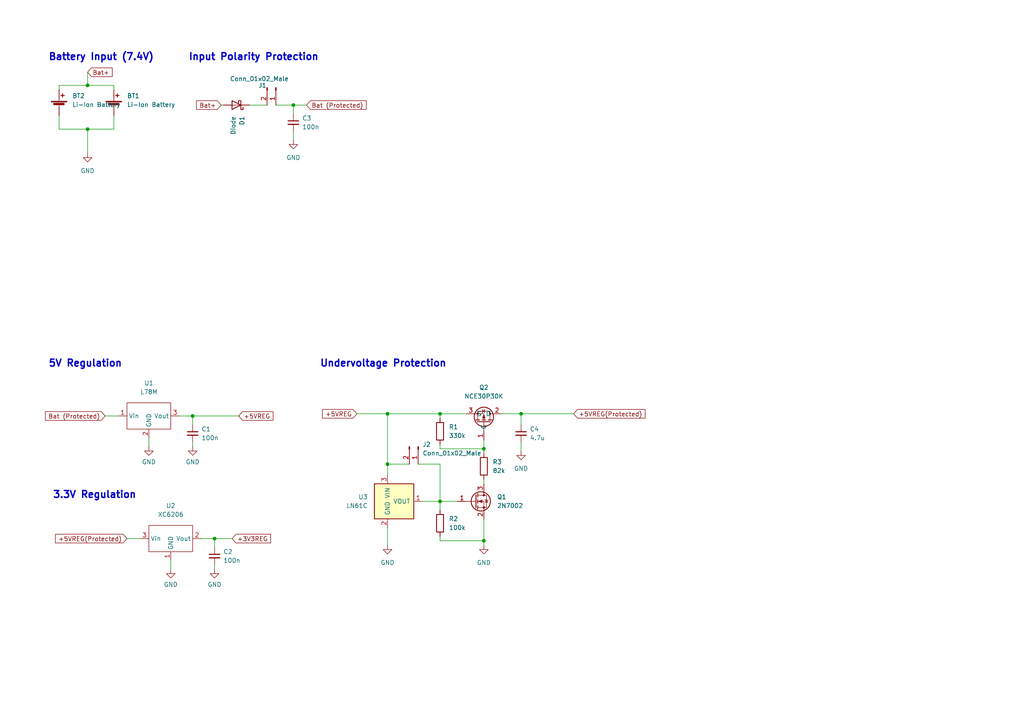
<source format=kicad_sch>
(kicad_sch (version 20211123) (generator eeschema)
  (paper "A4")
  (lib_symbols
    (symbol "Connector:Conn_01x02_Male" (pin_names (offset 1.016) hide)
      (property "Reference" "J" (at 0 2.54 0))
      (property "Value" "Conn_01x02_Male" (at 0 -5.08 0))
      (symbol "Conn_01x02_Male_1_1"
        (polyline (pts (xy 1.27 -2.54) (xy 0.8636 -2.54)) (stroke (width 0.1524)))
        (polyline (pts (xy 1.27 0) (xy 0.8636 0)) (stroke (width 0.1524)))
        (rectangle (start 0.8636 -2.413) (end 0 -2.667) (stroke (width 0.1524)) (fill (type outline)))
        (rectangle (start 0.8636 0.127) (end 0 -0.127) (stroke (width 0.1524)) (fill (type outline)))
        (pin passive line (at 5.08 0 180) (length 3.81) (name "Pin_1") (number "1"))
        (pin passive line (at 5.08 -2.54 180) (length 3.81) (name "Pin_2") (number "2"))
      )
    )
    (symbol "Device:Battery_Cell" (pin_numbers hide) (pin_names (offset 0) hide)
      (property "Reference" "BT" (at 2.54 2.54 0))
      (property "Value" "Battery_Cell" (at 2.54 0 0))
      (symbol "Battery_Cell_0_1"
        (rectangle (start -2.286 1.778) (end 2.286 1.524) (fill (type outline)))
        (rectangle (start -1.5748 1.1938) (end 1.4732 0.6858) (fill (type outline)))
        (polyline (pts (xy 0 0.762) (xy 0 0)))
        (polyline (pts (xy 0 1.778) (xy 0 2.54)))
        (polyline (pts (xy 0.508 3.429) (xy 1.524 3.429)) (stroke (width 0.254)))
        (polyline (pts (xy 1.016 3.937) (xy 1.016 2.921)) (stroke (width 0.254)))
      )
      (symbol "Battery_Cell_1_1"
        (pin passive line (at 0 5.08 270) (length 2.54) (name "+") (number "1"))
        (pin passive line (at 0 -2.54 90) (length 2.54) (name "-") (number "2"))
      )
    )
    (symbol "Device:C_Small" (pin_numbers hide) (pin_names (offset 0.254) hide)
      (property "Reference" "C" (at 0.254 1.778 0))
      (property "Value" "C_Small" (at 0.254 -2.032 0))
      (symbol "C_Small_0_1"
        (polyline (pts (xy -1.524 -0.508) (xy 1.524 -0.508)) (stroke (width 0.3302)))
        (polyline (pts (xy -1.524 0.508) (xy 1.524 0.508)) (stroke (width 0.3048)))
      )
      (symbol "C_Small_1_1"
        (pin passive line (at 0 2.54 270) (length 2.032) (name "~") (number "1"))
        (pin passive line (at 0 -2.54 90) (length 2.032) (name "~") (number "2"))
      )
    )
    (symbol "Device:R" (pin_numbers hide) (pin_names (offset 0))
      (property "Reference" "R" (at 2.032 0 90))
      (property "Value" "R" (at 0 0 90))
      (symbol "R_0_1"
        (rectangle (start -1.016 -2.54) (end 1.016 2.54) (stroke (width 0.254)))
      )
      (symbol "R_1_1"
        (pin passive line (at 0 3.81 270) (length 1.27) (name "~") (number "1"))
        (pin passive line (at 0 -3.81 90) (length 1.27) (name "~") (number "2"))
      )
    )
    (symbol "Diode:1N5819" (pin_numbers hide) (pin_names (offset 1.016) hide)
      (property "Reference" "D" (at 0 2.54 0))
      (property "Value" "1N5819" (at 0 -2.54 0))
      (symbol "1N5819_0_1"
        (polyline (pts (xy 1.27 0) (xy -1.27 0)))
        (polyline (pts (xy 1.27 1.27) (xy 1.27 -1.27) (xy -1.27 0) (xy 1.27 1.27)) (stroke (width 0.254)))
        (polyline (pts (xy -1.905 0.635) (xy -1.905 1.27) (xy -1.27 1.27) (xy -1.27 -1.27) (xy -0.635 -1.27) (xy -0.635 -0.635)) (stroke (width 0.254)))
      )
      (symbol "1N5819_1_1"
        (pin passive line (at -3.81 0 0) (length 2.54) (name "K") (number "1"))
        (pin passive line (at 3.81 0 180) (length 2.54) (name "A") (number "2"))
      )
    )
    (symbol "HT75_1"
      (property "Reference" "U?" (at 0 9.525 0))
      (property "Value" "HT75_1" (at 0 6.985 0))
      (symbol "HT75_1_0_1"
        (rectangle (start -6.35 3.81) (end 6.35 -3.81))
      )
      (symbol "HT75_1_1_1"
        (pin unspecified line (at -8.89 0 0) (length 2.54) (name "Vin") (number "1"))
        (pin unspecified line (at 0 -6.35 90) (length 2.54) (name "GND") (number "2"))
        (pin unspecified line (at 8.89 0 180) (length 2.54) (name "Vout") (number "3"))
      )
    )
    (symbol "PCB_Library_From_Template(Stefan):HT75"
      (property "Reference" "U?" (at 0 9.525 0))
      (property "Value" "XC6206" (at 0 6.985 0))
      (symbol "HT75_0_1"
        (rectangle (start -6.35 3.81) (end 6.35 -3.81))
      )
      (symbol "HT75_1_1"
        (pin unspecified line (at 0 -6.35 90) (length 2.54) (name "GND") (number "1"))
        (pin unspecified line (at 8.89 0 180) (length 2.54) (name "Vout") (number "2"))
        (pin unspecified line (at -8.89 0 0) (length 2.54) (name "Vin") (number "3"))
      )
    )
    (symbol "Power_Management:BD48LxxG" (pin_names (offset 1.016))
      (property "Reference" "U?" (at -5.715 1.2701 0))
      (property "Value" "LN61C" (at -5.715 -1.2699 0))
      (symbol "BD48LxxG_1_1"
        (rectangle (start -3.81 5.08) (end 7.62 -5.08) (stroke (width 0.254)) (fill (type background)))
        (pin output line (at 10.16 0 180) (length 2.54) (name "VOUT") (number "1"))
        (pin power_in line (at 0 -7.62 90) (length 2.54) (name "GND") (number "2"))
        (pin power_in line (at 0 7.62 270) (length 2.54) (name "VIN") (number "3"))
      )
    )
    (symbol "SarahLibrary:NCE30P30K"
      (property "Reference" "Q" (at 0 0 0))
      (property "Value" "NCE30P30K" (at 0 0 0))
      (symbol "NCE30P30K_0_1"
        (circle (center -12.319 0) (radius 2.794) (stroke (width 0.254)))
        (circle (center -11.43 -1.778) (radius 0.254) (fill (type outline)))
        (circle (center -11.43 1.778) (radius 0.254) (fill (type outline)))
        (polyline (pts (xy -13.716 0) (xy -16.51 0)))
        (polyline (pts (xy -13.716 1.905) (xy -13.716 -1.905)) (stroke (width 0.254)))
        (polyline (pts (xy -13.208 -1.27) (xy -13.208 -2.286)) (stroke (width 0.254)))
        (polyline (pts (xy -13.208 0.508) (xy -13.208 -0.508)) (stroke (width 0.254)))
        (polyline (pts (xy -13.208 2.286) (xy -13.208 1.27)) (stroke (width 0.254)))
        (polyline (pts (xy -11.43 2.54) (xy -11.43 1.778)))
        (polyline (pts (xy -11.43 -2.54) (xy -11.43 0) (xy -13.208 0)))
        (polyline (pts (xy -13.208 1.778) (xy -10.668 1.778) (xy -10.668 -1.778) (xy -13.208 -1.778)))
        (polyline (pts (xy -11.684 0) (xy -12.7 0.381) (xy -12.7 -0.381) (xy -11.684 0)) (fill (type outline)))
        (polyline (pts (xy -11.176 -0.508) (xy -11.049 -0.381) (xy -10.287 -0.381) (xy -10.16 -0.254)))
        (polyline (pts (xy -10.668 -0.381) (xy -11.049 0.254) (xy -10.287 0.254) (xy -10.668 -0.381)))
      )
      (symbol "NCE30P30K_1_1"
        (pin passive line (at -19.05 0 0) (length 2.54) (name "G") (number "1"))
        (pin passive line (at -11.43 5.08 270) (length 2.54) (name "D") (number "2"))
        (pin passive line (at -11.43 -5.08 90) (length 2.54) (name "S") (number "3"))
      )
    )
    (symbol "Transistor_FET:2N7002" (pin_names hide)
      (property "Reference" "Q" (at 5.08 1.905 0))
      (property "Value" "2N7002" (at 5.08 0 0))
      (symbol "2N7002_0_1"
        (polyline (pts (xy 0.254 0) (xy -2.54 0)))
        (polyline (pts (xy 0.254 1.905) (xy 0.254 -1.905)) (stroke (width 0.254)))
        (polyline (pts (xy 0.762 -1.27) (xy 0.762 -2.286)) (stroke (width 0.254)))
        (polyline (pts (xy 0.762 0.508) (xy 0.762 -0.508)) (stroke (width 0.254)))
        (polyline (pts (xy 0.762 2.286) (xy 0.762 1.27)) (stroke (width 0.254)))
        (polyline (pts (xy 2.54 2.54) (xy 2.54 1.778)))
        (polyline (pts (xy 2.54 -2.54) (xy 2.54 0) (xy 0.762 0)))
        (polyline (pts (xy 0.762 -1.778) (xy 3.302 -1.778) (xy 3.302 1.778) (xy 0.762 1.778)))
        (polyline (pts (xy 1.016 0) (xy 2.032 0.381) (xy 2.032 -0.381) (xy 1.016 0)) (fill (type outline)))
        (polyline (pts (xy 2.794 0.508) (xy 2.921 0.381) (xy 3.683 0.381) (xy 3.81 0.254)))
        (polyline (pts (xy 3.302 0.381) (xy 2.921 -0.254) (xy 3.683 -0.254) (xy 3.302 0.381)))
        (circle (center 1.651 0) (radius 2.794) (stroke (width 0.254)))
        (circle (center 2.54 -1.778) (radius 0.254) (fill (type outline)))
        (circle (center 2.54 1.778) (radius 0.254) (fill (type outline)))
      )
      (symbol "2N7002_1_1"
        (pin input line (at -5.08 0 0) (length 2.54) (name "G") (number "1"))
        (pin passive line (at 2.54 -5.08 90) (length 2.54) (name "S") (number "2"))
        (pin passive line (at 2.54 5.08 270) (length 2.54) (name "D") (number "3"))
      )
    )
    (symbol "power:GND" (power) (pin_names (offset 0))
      (property "Value" "GND" (at 0 -3.81 0))
      (symbol "GND_0_1"
        (polyline (pts (xy 0 0) (xy 0 -1.27) (xy 1.27 -1.27) (xy 0 -2.54) (xy -1.27 -1.27) (xy 0 -1.27)))
      )
      (symbol "GND_1_1"
        (pin power_in line (at 0 0 270) (length 0) hide (name "GND") (number "1"))
      )
    )
  )
  (junction (at 25.4 24.765))
  (junction (at 151.13 120.015))
  (junction (at 25.4 37.465))
  (junction (at 85.09 30.48))
  (junction (at 62.23 156.21))
  (junction (at 112.395 120.015))
  (junction (at 140.335 156.845))
  (junction (at 127.635 120.015))
  (junction (at 55.88 120.65))
  (junction (at 140.335 130.175))
  (junction (at 112.395 134.62))
  (junction (at 127.635 145.415))
  (wire (pts (xy 55.88 123.19) (xy 55.88 120.65)))
  (wire (pts (xy 127.635 145.415) (xy 132.715 145.415)))
  (wire (pts (xy 140.335 139.065) (xy 140.335 140.335)))
  (wire (pts (xy 127.635 156.845) (xy 140.335 156.845)))
  (wire (pts (xy 62.23 156.21) (xy 67.31 156.21)))
  (wire (pts (xy 127.635 120.015) (xy 127.635 121.285)))
  (wire (pts (xy 140.335 156.845) (xy 140.335 158.115)))
  (wire (pts (xy 33.02 33.655) (xy 33.02 37.465)))
  (wire (pts (xy 55.88 129.54) (xy 55.88 128.27)))
  (wire (pts (xy 25.4 37.465) (xy 17.145 37.465)))
  (wire (pts (xy 112.395 120.015) (xy 112.395 134.62)))
  (wire (pts (xy 151.13 120.015) (xy 151.13 123.19)))
  (wire (pts (xy 33.02 37.465) (xy 25.4 37.465)))
  (wire (pts (xy 140.335 131.445) (xy 140.335 130.175)))
  (wire (pts (xy 30.48 120.65) (xy 34.29 120.65)))
  (wire (pts (xy 62.23 165.1) (xy 62.23 163.83)))
  (wire (pts (xy 17.145 26.035) (xy 17.145 24.765)))
  (wire (pts (xy 85.09 30.48) (xy 80.01 30.48)))
  (wire (pts (xy 25.4 24.765) (xy 33.02 24.765)))
  (wire (pts (xy 127.635 156.845) (xy 127.635 155.575)))
  (wire (pts (xy 25.4 20.955) (xy 25.4 24.765)))
  (wire (pts (xy 151.13 120.015) (xy 166.37 120.015)))
  (wire (pts (xy 112.395 158.115) (xy 112.395 153.035)))
  (wire (pts (xy 127.635 134.62) (xy 127.635 145.415)))
  (wire (pts (xy 121.285 134.62) (xy 127.635 134.62)))
  (wire (pts (xy 85.09 40.64) (xy 85.09 38.1)))
  (wire (pts (xy 140.335 127.635) (xy 140.335 130.175)))
  (wire (pts (xy 49.53 162.56) (xy 49.53 165.1)))
  (wire (pts (xy 151.13 128.27) (xy 151.13 130.81)))
  (wire (pts (xy 17.145 24.765) (xy 25.4 24.765)))
  (wire (pts (xy 62.23 158.75) (xy 62.23 156.21)))
  (wire (pts (xy 127.635 120.015) (xy 135.255 120.015)))
  (wire (pts (xy 127.635 130.175) (xy 140.335 130.175)))
  (wire (pts (xy 58.42 156.21) (xy 62.23 156.21)))
  (wire (pts (xy 33.02 24.765) (xy 33.02 26.035)))
  (wire (pts (xy 85.09 33.02) (xy 85.09 30.48)))
  (wire (pts (xy 55.88 120.65) (xy 69.215 120.65)))
  (wire (pts (xy 122.555 145.415) (xy 127.635 145.415)))
  (wire (pts (xy 103.505 120.015) (xy 112.395 120.015)))
  (wire (pts (xy 140.335 150.495) (xy 140.335 156.845)))
  (wire (pts (xy 64.135 30.48) (xy 64.77 30.48)))
  (wire (pts (xy 36.83 156.21) (xy 40.64 156.21)))
  (wire (pts (xy 52.07 120.65) (xy 55.88 120.65)))
  (wire (pts (xy 25.4 37.465) (xy 25.4 44.45)))
  (wire (pts (xy 112.395 134.62) (xy 118.745 134.62)))
  (wire (pts (xy 112.395 134.62) (xy 112.395 137.795)))
  (wire (pts (xy 43.18 127) (xy 43.18 129.54)))
  (wire (pts (xy 112.395 120.015) (xy 127.635 120.015)))
  (wire (pts (xy 127.635 145.415) (xy 127.635 147.955)))
  (wire (pts (xy 77.47 30.48) (xy 72.39 30.48)))
  (wire (pts (xy 17.145 33.655) (xy 17.145 37.465)))
  (wire (pts (xy 88.9 30.48) (xy 85.09 30.48)))
  (wire (pts (xy 127.635 128.905) (xy 127.635 130.175)))
  (wire (pts (xy 145.415 120.015) (xy 151.13 120.015)))
  (text "3.3V Regulation " (at 15.24 144.78 0) (effects (font (size 2 2) (thickness 0.4) bold) (justify left bottom)))
  (text "Undervoltage Protection" (at 92.71 106.68 0) (effects (font (size 2 2) (thickness 0.4) bold) (justify left bottom)))
  (text "Battery Input (7.4V)" (at 13.97 17.78 0) (effects (font (size 2 2) (thickness 0.4) bold) (justify left bottom)))
  (text "5V Regulation " (at 13.97 106.68 0) (effects (font (size 2 2) (thickness 0.4) bold) (justify left bottom)))
  (text "Input Polarity Protection" (at 54.61 17.78 0) (effects (font (size 2 2) (thickness 0.4) bold) (justify left bottom)))
  (global_label "Bat (Protected)" (shape input) (at 88.9 30.48 0) (property "Intersheet References" "${INTERSHEET_REFS}" (effects hide)))
  (global_label "+3V3REG" (shape input) (at 67.31 156.21 0) (property "Intersheet References" "${INTERSHEET_REFS}" (effects hide)))
  (global_label "Bat+" (shape input) (at 25.4 20.955 0) (property "Intersheet References" "${INTERSHEET_REFS}" (effects hide)))
  (global_label "+5VREG(Protected)" (shape input) (at 166.37 120.015 0) (property "Intersheet References" "${INTERSHEET_REFS}" (effects hide)))
  (global_label "Bat (Protected)" (shape input) (at 30.48 120.65 180) (property "Intersheet References" "${INTERSHEET_REFS}" (effects hide)))
  (global_label "Bat+" (shape input) (at 64.135 30.48 180) (property "Intersheet References" "${INTERSHEET_REFS}" (effects hide)))
  (global_label "+5VREG" (shape input) (at 69.215 120.65 0) (property "Intersheet References" "${INTERSHEET_REFS}" (effects hide)))
  (global_label "+5VREG" (shape input) (at 103.505 120.015 180) (property "Intersheet References" "${INTERSHEET_REFS}" (effects hide)))
  (global_label "+5VREG(Protected)" (shape input) (at 36.83 156.21 180) (property "Intersheet References" "${INTERSHEET_REFS}" (effects hide)))
  (symbol (lib_id "Device:R") (at 140.335 135.255 0) (unit 1)
    (property "Reference" "R3" (at 142.875 133.9849 0) (effects (justify left)))
    (property "Value" "82k" (at 142.875 136.5249 0) (effects (justify left)))
    (property "Footprint" "Resistor_SMD:R_0805_2012Metric" (effects hide))
    (property "Datasheet" "https://datasheet.lcsc.com/lcsc/2205311830_UNI-ROYAL-Uniroyal-Elec-0805W8F8202T5E_C17840.pdf" (effects hide))
    (property "LCSC No." "C17840" (effects hide))
    (property "Price" "0.0016" (effects hide))
    (property "Extended" "0" (effects hide))
    (property "LCSC" "C17840" (effects hide))
  )
  (symbol (lib_id "Device:C_Small") (at 62.23 161.29 0) (unit 1)
    (property "Reference" "C2" (at 64.77 160.0262 0) (effects (justify left)))
    (property "Value" "100n" (at 64.77 162.5662 0) (effects (justify left)))
    (property "Footprint" "Capacitor_SMD:C_0603_1608Metric" (effects hide))
    (property "Datasheet" "https://datasheet.lcsc.com/lcsc/1809301912_YAGEO-CC0603KRX7R9BB104_C14663.pdf" (effects hide))
    (property "LCSC No." "C49678" (effects hide))
    (property "Price" "0.0020" (effects hide))
    (property "LCSC" "C49678" (effects hide))
    (property "Extended" "0" (effects hide))
    (property "Populate" "Yes" (effects hide))
  )
  (symbol (lib_id "PCB_Library_From_Template(Stefan):HT75") (at 49.53 156.21 0) (unit 1)
    (property "Reference" "U2" (at 49.53 146.685 0))
    (property "Value" "XC6206" (at 49.53 149.225 0))
    (property "Footprint" "Package_TO_SOT_SMD:SOT-23" (effects hide))
    (property "Datasheet" "https://product.torexsemi.com/system/files/series/xc6206.pdf" (effects hide))
    (property "LCSC" "C347376" (effects hide))
    (property "Price" "0.0171" (effects hide))
    (property "Alt_LCSC" "C5148692" (effects hide))
    (property "Extended" "1" (effects hide))
  )
  (symbol (lib_id "Transistor_FET:2N7002") (at 137.795 145.415 0) (unit 1)
    (property "Reference" "Q1" (at 144.145 144.1449 0) (effects (justify left)))
    (property "Value" "2N7002" (at 144.145 146.6849 0) (effects (justify left)))
    (property "Footprint" "Package_TO_SOT_SMD:SOT-23" (effects hide))
    (property "Datasheet" "https://datasheet.lcsc.com/lcsc/1810151612_Jiangsu-Changjing-Electronics-Technology-Co---Ltd--2N7002_C8545.pdf" (effects hide))
    (property "LCSC No." "C8545" (effects hide))
    (property "Price" "0.0149" (effects hide))
    (property "Extended" "0" (effects hide))
    (property "LCSC" "C8545" (effects hide))
  )
  (symbol (lib_id "Device:C_Small") (at 55.88 125.73 0) (unit 1)
    (property "Reference" "C1" (at 58.42 124.4662 0) (effects (justify left)))
    (property "Value" "100n" (at 58.42 127.0062 0) (effects (justify left)))
    (property "Footprint" "Capacitor_SMD:C_0603_1608Metric" (effects hide))
    (property "Datasheet" "https://datasheet.lcsc.com/lcsc/1809301912_YAGEO-CC0603KRX7R9BB104_C14663.pdf" (effects hide))
    (property "LCSC No." "C49678" (effects hide))
    (property "Price" "0.0020" (effects hide))
    (property "LCSC" "C49678" (effects hide))
    (property "Extended" "0" (effects hide))
    (property "Populate" "Yes" (effects hide))
  )
  (symbol (lib_id "Device:Battery_Cell") (at 33.02 31.115 0) (unit 1)
    (property "Reference" "BT1" (at 36.83 27.8129 0) (effects (justify left)))
    (property "Value" "Li-Ion Battery" (at 36.83 30.3529 0) (effects (justify left)))
    (property "Footprint" "Battery:BatteryHolder_Keystone_1042_1x18650" (effects hide))
  )
  (symbol (lib_id "power:GND") (at 140.335 158.115 0) (unit 1)
    (property "Reference" "#PWR0103" (effects hide))
    (property "Value" "GND" (at 140.335 163.195 0))
  )
  (symbol (lib_id "Diode:1N5819") (at 68.58 30.48 180) (unit 1)
    (property "Reference" "D1" (at 70.1676 33.655 90) (effects (justify left)))
    (property "Value" "Diode" (at 67.6276 33.655 90) (effects (justify left)))
    (property "Footprint" "Project_Library:Schottky Diode" (effects hide))
    (property "LCSC" "C8598" (effects hide))
    (property "Price" "0.0179" (effects hide))
  )
  (symbol (lib_id "Device:R") (at 127.635 151.765 0) (unit 1)
    (property "Reference" "R2" (at 130.175 150.4949 0) (effects (justify left)))
    (property "Value" "100k" (at 130.175 153.0349 0) (effects (justify left)))
    (property "Footprint" "Resistor_SMD:R_0402_1005Metric" (effects hide))
    (property "Datasheet" "https://datasheet.lcsc.com/lcsc/2205312316_UNI-ROYAL-Uniroyal-Elec-0805W8F1003T5E_C149504.pdf" (effects hide))
    (property "LCSC No." "C25741" (effects hide))
    (property "Price" "0.0005" (effects hide))
    (property "Extended" "0" (effects hide))
    (property "LCSC" "C25741" (effects hide))
  )
  (symbol (lib_name "HT75_1") (lib_id "PCB_Library_From_Template(Stefan):HT75") (at 43.18 120.65 0) (unit 1)
    (property "Reference" "U1" (at 43.18 111.125 0))
    (property "Value" "L78M" (at 43.18 113.665 0))
    (property "Footprint" "Package_TO_SOT_SMD:TO-252-2" (effects hide))
    (property "Datasheet" "https://www.mouser.co.za/datasheet/2/389/l78m-1849664.pdf" (effects hide))
    (property "LCSC" "C55509" (effects hide))
    (property "Price" "0.1535" (effects hide))
    (property "Alt_LCSC" "C58069" (effects hide))
    (property "Extended" "1" (effects hide))
  )
  (symbol (lib_id "Device:R") (at 127.635 125.095 0) (unit 1)
    (property "Reference" "R1" (at 130.175 123.8249 0) (effects (justify left)))
    (property "Value" "330k" (at 130.175 126.3649 0) (effects (justify left)))
    (property "Footprint" "Resistor_SMD:R_0402_1005Metric" (effects hide))
    (property "Datasheet" "https://datasheet.lcsc.com/lcsc/2206010100_UNI-ROYAL-Uniroyal-Elec-0402WGF3303TCE_C25778.pdf" (effects hide))
    (property "LCSC No." "C25778" (effects hide))
    (property "Price" "0.0005" (effects hide))
    (property "Extended" "0" (effects hide))
    (property "LCSC" "C25778" (effects hide))
  )
  (symbol (lib_id "power:GND") (at 43.18 129.54 0) (unit 1)
    (property "Reference" "#PWR0105" (effects hide))
    (property "Value" "GND" (at 43.18 133.985 0))
  )
  (symbol (lib_id "Device:C_Small") (at 151.13 125.73 0) (unit 1)
    (property "Reference" "C4" (at 153.67 124.4662 0) (effects (justify left)))
    (property "Value" "4.7u" (at 153.67 127.0062 0) (effects (justify left)))
    (property "Footprint" "Capacitor_SMD:C_1206_3216Metric" (effects hide))
    (property "Datasheet" "https://datasheet.lcsc.com/lcsc/1811091112_FH--Guangdong-Fenghua-Advanced-Tech-1206B475K500NT_C29823.pdf" (effects hide))
    (property "LCSC No." "C29823" (effects hide))
    (property "Price" "0.0091" (effects hide))
    (property "Extended" "0" (effects hide))
    (property "LCSC" "C29823" (effects hide))
  )
  (symbol (lib_id "power:GND") (at 85.09 40.64 0) (unit 1)
    (property "Reference" "#PWR0109" (effects hide))
    (property "Value" "GND" (at 85.09 45.72 0))
  )
  (symbol (lib_id "Connector:Conn_01x02_Male") (at 121.285 129.54 270) (unit 1)
    (property "Reference" "J2" (at 122.555 128.9049 90) (effects (justify left)))
    (property "Value" "Conn_01x02_Male" (at 122.555 131.4449 90) (effects (justify left)))
    (property "Footprint" "Connector_PinHeader_2.54mm:PinHeader_1x02_P2.54mm_Vertical" (effects hide))
    (property "Datasheet" "https://datasheet.lcsc.com/lcsc/2003141409_XFCN-PZ254V-11-02P_C492401.pdf" (effects hide))
    (property "Extended" "1" (effects hide))
    (property "LCSC" "C492401" (effects hide))
    (property "Price" "0.0149" (effects hide))
  )
  (symbol (lib_id "power:GND") (at 25.4 44.45 0) (unit 1)
    (property "Reference" "#PWR0110" (effects hide))
    (property "Value" "GND" (at 25.4 49.53 0))
  )
  (symbol (lib_id "Device:C_Small") (at 85.09 35.56 0) (unit 1)
    (property "Reference" "C3" (at 87.63 34.2962 0) (effects (justify left)))
    (property "Value" "100n" (at 87.63 36.8362 0) (effects (justify left)))
    (property "Footprint" "Capacitor_SMD:C_0603_1608Metric" (effects hide))
    (property "Datasheet" "https://datasheet.lcsc.com/lcsc/1809301912_YAGEO-CC0603KRX7R9BB104_C14663.pdf" (effects hide))
    (property "LCSC No." "C49678" (effects hide))
    (property "Price" "0.0020" (effects hide))
    (property "LCSC" "C49678" (effects hide))
    (property "Extended" "0" (effects hide))
    (property "Populate" "Yes" (effects hide))
  )
  (symbol (lib_id "Device:Battery_Cell") (at 17.145 31.115 0) (unit 1)
    (property "Reference" "BT2" (at 20.955 27.8129 0) (effects (justify left)))
    (property "Value" "Li-Ion Battery" (at 20.955 30.3529 0) (effects (justify left)))
    (property "Footprint" "Battery:BatteryHolder_Keystone_1042_1x18650" (effects hide))
  )
  (symbol (lib_id "power:GND") (at 112.395 158.115 0) (unit 1)
    (property "Reference" "#PWR0106" (effects hide))
    (property "Value" "GND" (at 112.395 163.195 0))
  )
  (symbol (lib_id "power:GND") (at 151.13 130.81 0) (unit 1)
    (property "Reference" "#PWR0102" (effects hide))
    (property "Value" "GND" (at 151.13 135.89 0))
  )
  (symbol (lib_id "Power_Management:BD48LxxG") (at 112.395 145.415 0) (unit 1)
    (property "Reference" "U3" (at 106.68 144.1449 0) (effects (justify right)))
    (property "Value" "LN61C" (at 106.68 146.6849 0) (effects (justify right)))
    (property "Footprint" "Package_TO_SOT_SMD:SOT-23" (effects hide))
    (property "Datasheet" "https://datasheet.lcsc.com/lcsc/1809140219_NATLINEAR-LN61CC3502MR-G_C236389.pdf" (effects hide))
    (property "Extended" "1" (effects hide))
    (property "LCSC" "C236389" (effects hide))
    (property "Price" "0.0615 " (effects hide))
    (property "Alt_LCSC" "C236739" (effects hide))
  )
  (symbol (lib_id "power:GND") (at 55.88 129.54 0) (unit 1)
    (property "Reference" "#PWR0104" (effects hide))
    (property "Value" "GND" (at 55.88 133.985 0))
  )
  (symbol (lib_id "Connector:Conn_01x02_Male") (at 80.01 25.4 270) (unit 1)
    (property "Reference" "J1" (at 74.93 24.765 90) (effects (justify left)))
    (property "Value" "Conn_01x02_Male" (at 66.675 22.86 90) (effects (justify left)))
    (property "Footprint" "Connector_PinHeader_2.54mm:PinHeader_1x02_P2.54mm_Vertical" (effects hide))
    (property "Datasheet" "https://datasheet.lcsc.com/lcsc/2003141409_XFCN-PZ254V-11-02P_C492401.pdf" (effects hide))
    (property "LCSC" "C492401" (effects hide))
    (property "Price" "0.0149" (effects hide))
    (property "Sensor_Module" "1" (effects hide))
    (property "Extended" "1" (effects hide))
  )
  (symbol (lib_id "power:GND") (at 49.53 165.1 0) (unit 1)
    (property "Reference" "#PWR0107" (effects hide))
    (property "Value" "GND" (at 49.53 169.545 0))
  )
  (symbol (lib_id "SarahLibrary:NCE30P30K") (at 140.335 108.585 270) (mirror x) (unit 1)
    (property "Reference" "Q2" (at 140.335 112.395 90))
    (property "Value" "NCE30P30K" (at 140.335 114.935 90))
    (property "Footprint" "Package_TO_SOT_SMD:TO-252-2" (effects hide))
    (property "Datasheet" "https://datasheet.lcsc.com/lcsc/1811041601_Wuxi-NCE-Power-Semiconductor-NCE30P30K_C130106.pdf" (effects hide))
    (property "LCSC No." "C130106" (effects hide))
    (property "Price" "0.1349" (effects hide))
    (property "Extended" "1" (effects hide))
    (property "LCSC" "C130106" (effects hide))
  )
  (symbol (lib_id "power:GND") (at 62.23 165.1 0) (unit 1)
    (property "Reference" "#PWR0108" (effects hide))
    (property "Value" "GND" (at 62.23 169.545 0))
  )
)
</source>
